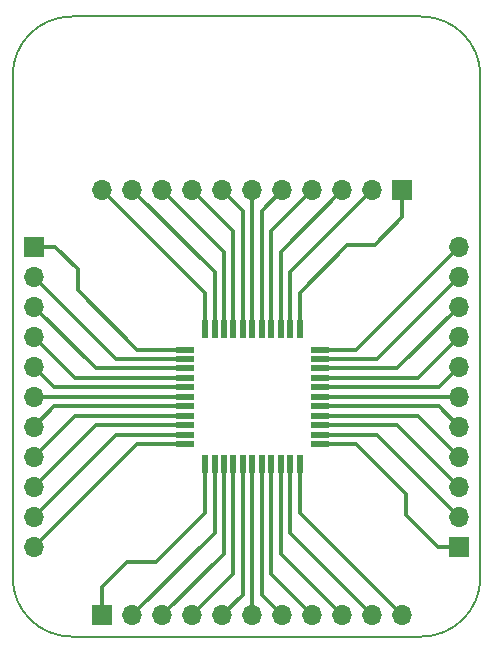
<source format=gbr>
G04 #@! TF.GenerationSoftware,KiCad,Pcbnew,5.1.4-e60b266~84~ubuntu19.04.1*
G04 #@! TF.CreationDate,2019-08-10T13:04:31+03:00*
G04 #@! TF.ProjectId,BRK-QFP-44-10x10-P0.8,42524b2d-5146-4502-9d34-342d31307831,v1.0*
G04 #@! TF.SameCoordinates,Original*
G04 #@! TF.FileFunction,Copper,L1,Top*
G04 #@! TF.FilePolarity,Positive*
%FSLAX46Y46*%
G04 Gerber Fmt 4.6, Leading zero omitted, Abs format (unit mm)*
G04 Created by KiCad (PCBNEW 5.1.4-e60b266~84~ubuntu19.04.1) date 2019-08-10 13:04:31*
%MOMM*%
%LPD*%
G04 APERTURE LIST*
%ADD10C,0.150000*%
%ADD11R,0.550000X1.500000*%
%ADD12R,1.500000X0.550000*%
%ADD13O,1.700000X1.700000*%
%ADD14R,1.700000X1.700000*%
%ADD15C,0.300000*%
G04 APERTURE END LIST*
D10*
X73400000Y-30400000D02*
G75*
G02X78400000Y-35400000I0J-5000000D01*
G01*
X38800000Y-35400000D02*
G75*
G02X43800000Y-30400000I5000000J0D01*
G01*
X78400000Y-77900000D02*
G75*
G02X73400000Y-82900000I-5000000J0D01*
G01*
X43800000Y-82900000D02*
G75*
G02X38800000Y-77900000I0J5000000D01*
G01*
X73400000Y-82900000D02*
X43800000Y-82900000D01*
X78400000Y-35400000D02*
X78400000Y-77900000D01*
X43800000Y-30400000D02*
X73400000Y-30400000D01*
X38800000Y-77900000D02*
X38800000Y-35400000D01*
D11*
X55100000Y-56900000D03*
X55900000Y-56900000D03*
X56700000Y-56900000D03*
X57500000Y-56900000D03*
X58300000Y-56900000D03*
X59100000Y-56900000D03*
X59900000Y-56900000D03*
X60700000Y-56900000D03*
X61500000Y-56900000D03*
X62300000Y-56900000D03*
X63100000Y-56900000D03*
D12*
X64800000Y-58600000D03*
X64800000Y-59400000D03*
X64800000Y-60200000D03*
X64800000Y-61000000D03*
X64800000Y-61800000D03*
X64800000Y-62600000D03*
X64800000Y-63400000D03*
X64800000Y-64200000D03*
X64800000Y-65000000D03*
X64800000Y-65800000D03*
X64800000Y-66600000D03*
D11*
X63100000Y-68300000D03*
X62300000Y-68300000D03*
X61500000Y-68300000D03*
X60700000Y-68300000D03*
X59900000Y-68300000D03*
X59100000Y-68300000D03*
X58300000Y-68300000D03*
X57500000Y-68300000D03*
X56700000Y-68300000D03*
X55900000Y-68300000D03*
X55100000Y-68300000D03*
D12*
X53400000Y-66600000D03*
X53400000Y-65800000D03*
X53400000Y-65000000D03*
X53400000Y-64200000D03*
X53400000Y-63400000D03*
X53400000Y-62600000D03*
X53400000Y-61800000D03*
X53400000Y-61000000D03*
X53400000Y-60200000D03*
X53400000Y-59400000D03*
X53400000Y-58600000D03*
D13*
X46400000Y-45100000D03*
X48940000Y-45100000D03*
X51480000Y-45100000D03*
X54020000Y-45100000D03*
X56560000Y-45100000D03*
X59100000Y-45100000D03*
X61640000Y-45100000D03*
X64180000Y-45100000D03*
X66720000Y-45100000D03*
X69260000Y-45100000D03*
D14*
X71800000Y-45100000D03*
D13*
X76600000Y-49900000D03*
X76600000Y-52440000D03*
X76600000Y-54980000D03*
X76600000Y-57520000D03*
X76600000Y-60060000D03*
X76600000Y-62600000D03*
X76600000Y-65140000D03*
X76600000Y-67680000D03*
X76600000Y-70220000D03*
X76600000Y-72760000D03*
D14*
X76600000Y-75300000D03*
D13*
X71800000Y-81100000D03*
X69260000Y-81100000D03*
X66720000Y-81100000D03*
X64180000Y-81100000D03*
X61640000Y-81100000D03*
X59100000Y-81100000D03*
X56560000Y-81100000D03*
X54020000Y-81100000D03*
X51480000Y-81100000D03*
X48940000Y-81100000D03*
D14*
X46400000Y-81100000D03*
D13*
X40600000Y-75300000D03*
X40600000Y-72760000D03*
X40600000Y-70220000D03*
X40600000Y-67680000D03*
X40600000Y-65140000D03*
X40600000Y-62600000D03*
X40600000Y-60060000D03*
X40600000Y-57520000D03*
X40600000Y-54980000D03*
X40600000Y-52440000D03*
D14*
X40600000Y-49900000D03*
D15*
X44300000Y-51800000D02*
X44300000Y-53600000D01*
X49300000Y-58600000D02*
X53400000Y-58600000D01*
X44300000Y-53600000D02*
X49300000Y-58600000D01*
X40600000Y-49900000D02*
X42400000Y-49900000D01*
X42400000Y-49900000D02*
X44300000Y-51800000D01*
X47560000Y-59400000D02*
X40600000Y-52440000D01*
X53400000Y-59400000D02*
X47560000Y-59400000D01*
X45820000Y-60200000D02*
X40600000Y-54980000D01*
X53400000Y-60200000D02*
X45820000Y-60200000D01*
X46400000Y-78700000D02*
X46400000Y-81100000D01*
X48500000Y-76600000D02*
X46400000Y-78700000D01*
X55100000Y-68300000D02*
X55100000Y-72400000D01*
X50900000Y-76600000D02*
X48500000Y-76600000D01*
X55100000Y-72400000D02*
X50900000Y-76600000D01*
X55900000Y-74140000D02*
X48940000Y-81100000D01*
X55900000Y-68300000D02*
X55900000Y-74140000D01*
X56700000Y-75880000D02*
X51480000Y-81100000D01*
X56700000Y-68300000D02*
X56700000Y-75880000D01*
X49300000Y-66600000D02*
X40600000Y-75300000D01*
X53400000Y-66600000D02*
X49300000Y-66600000D01*
X47560000Y-65800000D02*
X40600000Y-72760000D01*
X53400000Y-65800000D02*
X47560000Y-65800000D01*
X45820000Y-65000000D02*
X40600000Y-70220000D01*
X53400000Y-65000000D02*
X45820000Y-65000000D01*
X44080000Y-64200000D02*
X40600000Y-67680000D01*
X53400000Y-64200000D02*
X44080000Y-64200000D01*
X42340000Y-63400000D02*
X40600000Y-65140000D01*
X53400000Y-63400000D02*
X42340000Y-63400000D01*
X53400000Y-62600000D02*
X40600000Y-62600000D01*
X42340000Y-61800000D02*
X40600000Y-60060000D01*
X53400000Y-61800000D02*
X42340000Y-61800000D01*
X44080000Y-61000000D02*
X40600000Y-57520000D01*
X53400000Y-61000000D02*
X44080000Y-61000000D01*
X63100000Y-72400000D02*
X71800000Y-81100000D01*
X63100000Y-68300000D02*
X63100000Y-72400000D01*
X62300000Y-74140000D02*
X69260000Y-81100000D01*
X62300000Y-68300000D02*
X62300000Y-74140000D01*
X61500000Y-75880000D02*
X66720000Y-81100000D01*
X61500000Y-68300000D02*
X61500000Y-75880000D01*
X60700000Y-77620000D02*
X64180000Y-81100000D01*
X60700000Y-68300000D02*
X60700000Y-77620000D01*
X59900000Y-79360000D02*
X61640000Y-81100000D01*
X59900000Y-68300000D02*
X59900000Y-79360000D01*
X59100000Y-68300000D02*
X59100000Y-81100000D01*
X58300000Y-79360000D02*
X56560000Y-81100000D01*
X58300000Y-68300000D02*
X58300000Y-79360000D01*
X57500000Y-77620000D02*
X54020000Y-81100000D01*
X57500000Y-68300000D02*
X57500000Y-77620000D01*
X67900000Y-58600000D02*
X76600000Y-49900000D01*
X64800000Y-58600000D02*
X67900000Y-58600000D01*
X69640000Y-59400000D02*
X76600000Y-52440000D01*
X64800000Y-59400000D02*
X69640000Y-59400000D01*
X71380000Y-60200000D02*
X76600000Y-54980000D01*
X64800000Y-60200000D02*
X71380000Y-60200000D01*
X73120000Y-61000000D02*
X76600000Y-57520000D01*
X64800000Y-61000000D02*
X73120000Y-61000000D01*
X74860000Y-61800000D02*
X76600000Y-60060000D01*
X64800000Y-61800000D02*
X74860000Y-61800000D01*
X64800000Y-62600000D02*
X76600000Y-62600000D01*
X74860000Y-63400000D02*
X76600000Y-65140000D01*
X64800000Y-63400000D02*
X74860000Y-63400000D01*
X73120000Y-64200000D02*
X76600000Y-67680000D01*
X64800000Y-64200000D02*
X73120000Y-64200000D01*
X71380000Y-65000000D02*
X76600000Y-70220000D01*
X64800000Y-65000000D02*
X71380000Y-65000000D01*
X69640000Y-65800000D02*
X76600000Y-72760000D01*
X64800000Y-65800000D02*
X69640000Y-65800000D01*
X74800000Y-75300000D02*
X76600000Y-75300000D01*
X72100000Y-72600000D02*
X74800000Y-75300000D01*
X72100000Y-70800000D02*
X72100000Y-72600000D01*
X64800000Y-66600000D02*
X67900000Y-66600000D01*
X67900000Y-66600000D02*
X72100000Y-70800000D01*
X55100000Y-53800000D02*
X46400000Y-45100000D01*
X55100000Y-56900000D02*
X55100000Y-53800000D01*
X55900000Y-52060000D02*
X48940000Y-45100000D01*
X55900000Y-56900000D02*
X55900000Y-52060000D01*
X56700000Y-50320000D02*
X51480000Y-45100000D01*
X56700000Y-56900000D02*
X56700000Y-50320000D01*
X57500000Y-48580000D02*
X54020000Y-45100000D01*
X57500000Y-56900000D02*
X57500000Y-48580000D01*
X58300000Y-46840000D02*
X56560000Y-45100000D01*
X58300000Y-56900000D02*
X58300000Y-46840000D01*
X59100000Y-56900000D02*
X59100000Y-45100000D01*
X59900000Y-46840000D02*
X61640000Y-45100000D01*
X59900000Y-56900000D02*
X59900000Y-46840000D01*
X60700000Y-48580000D02*
X64180000Y-45100000D01*
X60700000Y-56900000D02*
X60700000Y-48580000D01*
X61500000Y-50320000D02*
X66720000Y-45100000D01*
X61500000Y-56900000D02*
X61500000Y-50320000D01*
X62300000Y-52060000D02*
X69260000Y-45100000D01*
X62300000Y-56900000D02*
X62300000Y-52060000D01*
X69450000Y-49750000D02*
X71800000Y-47400000D01*
X67150000Y-49750000D02*
X69450000Y-49750000D01*
X63100000Y-56900000D02*
X63100000Y-53800000D01*
X71800000Y-47400000D02*
X71800000Y-45100000D01*
X63100000Y-53800000D02*
X67150000Y-49750000D01*
M02*

</source>
